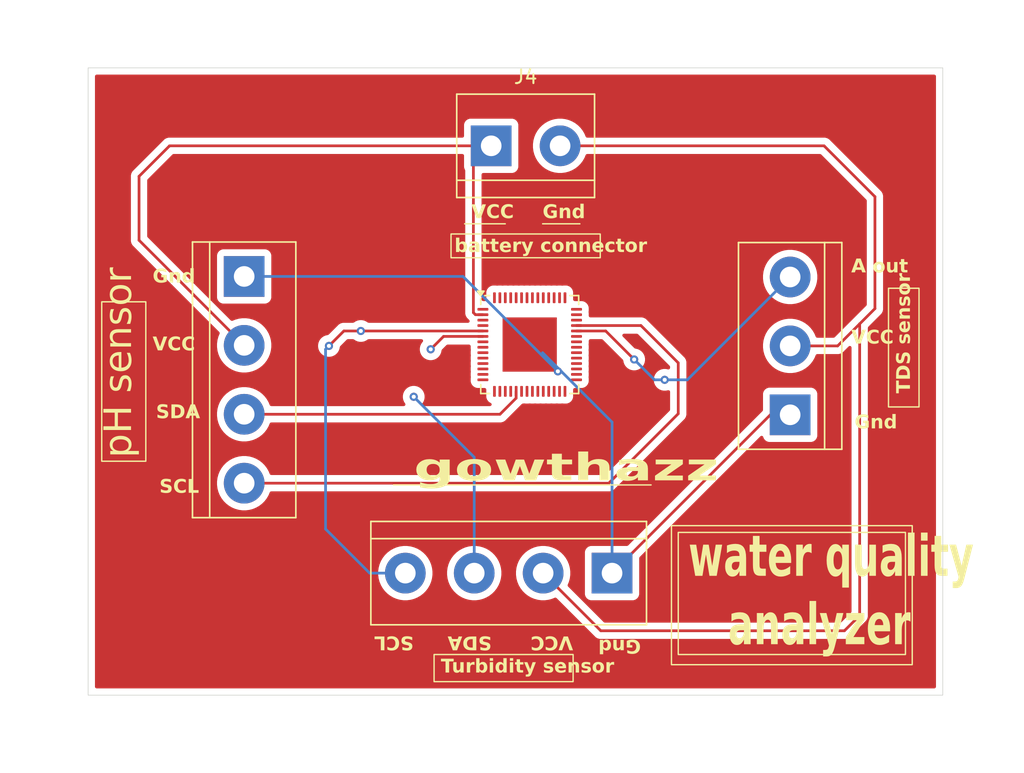
<source format=kicad_pcb>
(kicad_pcb (version 20241229) (generator "pcbnew") (generator_version "9.0")
  (layers (0 "F.Cu" signal) (2 "B.Cu" signal) (13 "F.Paste" user) (15 "B.Paste" user) (5 "F.SilkS" user "F.Silkscreen") (7 "B.SilkS" user "B.Silkscreen") (1 "F.Mask" user) (3 "B.Mask" user) (25 "Edge.Cuts" user))
  (net 0 "")
  (net 1 "Net-(J1-Pin_3)")
  (net 2 "Net-(J1-Pin_1)")
  (net 3 "Net-(J1-Pin_2)")
  (net 4 "Net-(J2-Pin_4)")
  (net 5 "Net-(J2-Pin_3)")
  (net 6 "Net-(J3-Pin_3)")
  (net 7 "Net-(J3-Pin_4)")
  (footprint "TerminalBlock:TerminalBlock_bornier-4_P5.08mm" (layer "F.Cu") (at 137.12 98.25 180)
    (property "Reference" "J3" (hide yes))
    (property "Value" "Conn_01x04_Socket" (hide yes))
    (fp_line (start 17.78 3.81) (end 17.78 -3.81) (stroke (width 0.12)) (layer "F.SilkS"))
    (fp_line (start 17.78 2.54) (end -2.54 2.54) (stroke (width 0.12)) (layer "F.SilkS"))
    (fp_line (start -2.54 3.81) (end 17.78 3.81) (stroke (width 0.12)) (layer "F.SilkS"))
    (fp_line (start -2.54 -3.81) (end 17.78 -3.81) (stroke (width 0.12)) (layer "F.SilkS"))
    (fp_line (start -2.54 -3.81) (end -2.54 3.81) (stroke (width 0.12)) (layer "F.SilkS"))
    (pad "1" thru_hole rect (at 0 0 180) (size 3 3) (drill 1.52) (layers "*.Cu" "*.Mask") (net 2 "Net-(J1-Pin_1)"))
    (pad "2" thru_hole circle (at 5.08 0 180) (size 3 3) (drill 1.52) (layers "*.Cu" "*.Mask") (net 3 "Net-(J1-Pin_2)"))
    (pad "3" thru_hole circle (at 10.16 0 180) (size 3 3) (drill 1.52) (layers "*.Cu" "*.Mask") (net 6 "Net-(J3-Pin_3)"))
    (pad "4" thru_hole circle (at 15.24 0 180) (size 3 3) (drill 1.52) (layers "*.Cu" "*.Mask") (net 7 "Net-(J3-Pin_4)"))
  )
  (footprint "Package_DFN_QFN:QFN-56-1EP_7x7mm_P0.4mm_EP4x4mm" (layer "F.Cu") (at 131.05 81.4)
    (property "Reference" "U1" (hide yes))
    (property "Value" "ESP32-S2")
    (fp_line (start -3.61 -2.96) (end -3.61 -3.37) (stroke (width 0.12)) (layer "F.SilkS"))
    (fp_line (start -3.61 3.61) (end -3.61 2.96) (stroke (width 0.12)) (layer "F.SilkS"))
    (fp_line (start -2.96 -3.61) (end -3.31 -3.61) (stroke (width 0.12)) (layer "F.SilkS"))
    (fp_line (start -2.96 3.61) (end -3.61 3.61) (stroke (width 0.12)) (layer "F.SilkS"))
    (fp_line (start 2.96 -3.61) (end 3.61 -3.61) (stroke (width 0.12)) (layer "F.SilkS"))
    (fp_line (start 2.96 3.61) (end 3.61 3.61) (stroke (width 0.12)) (layer "F.SilkS"))
    (fp_line (start 3.61 -3.61) (end 3.61 -2.96) (stroke (width 0.12)) (layer "F.SilkS"))
    (fp_line (start 3.61 3.61) (end 3.61 2.96) (stroke (width 0.12)) (layer "F.SilkS"))
    (fp_poly (pts (xy -3.61 -3.61) (xy -3.85 -3.94) (xy -3.37 -3.94) (xy -3.61 -3.61)) (stroke (width 0.12)) (fill yes) (layer "F.SilkS"))
    (pad "1" smd roundrect (at -3.45 -2.6) (size 0.8 0.2) (layers "F.Cu" "F.Mask" "F.Paste"))
    (pad "2" smd roundrect (at -3.45 -2.2) (size 0.8 0.2) (layers "F.Cu" "F.Mask" "F.Paste") (net 3 "Net-(J1-Pin_2)"))
    (pad "3" smd roundrect (at -3.45 -1.8) (size 0.8 0.2) (layers "F.Cu" "F.Mask" "F.Paste"))
    (pad "4" smd roundrect (at -3.45 -1.4) (size 0.8 0.2) (layers "F.Cu" "F.Mask" "F.Paste"))
    (pad "5" smd roundrect (at -3.45 -1) (size 0.8 0.2) (layers "F.Cu" "F.Mask" "F.Paste") (net 7 "Net-(J3-Pin_4)"))
    (pad "6" smd roundrect (at -3.45 -0.6) (size 0.8 0.2) (layers "F.Cu" "F.Mask" "F.Paste") (net 6 "Net-(J3-Pin_3)"))
    (pad "7" smd roundrect (at -3.45 -0.2) (size 0.8 0.2) (layers "F.Cu" "F.Mask" "F.Paste"))
    (pad "8" smd roundrect (at -3.45 0.2) (size 0.8 0.2) (layers "F.Cu" "F.Mask" "F.Paste"))
    (pad "9" smd roundrect (at -3.45 0.6) (size 0.8 0.2) (layers "F.Cu" "F.Mask" "F.Paste"))
    (pad "10" smd roundrect (at -3.45 1) (size 0.8 0.2) (layers "F.Cu" "F.Mask" "F.Paste"))
    (pad "11" smd roundrect (at -3.45 1.4) (size 0.8 0.2) (layers "F.Cu" "F.Mask" "F.Paste"))
    (pad "12" smd roundrect (at -3.45 1.8) (size 0.8 0.2) (layers "F.Cu" "F.Mask" "F.Paste"))
    (pad "13" smd roundrect (at -3.45 2.2) (size 0.8 0.2) (layers "F.Cu" "F.Mask" "F.Paste"))
    (pad "14" smd roundrect (at -3.45 2.6) (size 0.8 0.2) (layers "F.Cu" "F.Mask" "F.Paste"))
    (pad "15" smd roundrect (at -2.6 3.45) (size 0.2 0.8) (layers "F.Cu" "F.Mask" "F.Paste"))
    (pad "16" smd roundrect (at -2.2 3.45) (size 0.2 0.8) (layers "F.Cu" "F.Mask" "F.Paste"))
    (pad "17" smd roundrect (at -1.8 3.45) (size 0.2 0.8) (layers "F.Cu" "F.Mask" "F.Paste"))
    (pad "18" smd roundrect (at -1.4 3.45) (size 0.2 0.8) (layers "F.Cu" "F.Mask" "F.Paste"))
    (pad "19" smd roundrect (at -1 3.45) (size 0.2 0.8) (layers "F.Cu" "F.Mask" "F.Paste") (net 5 "Net-(J2-Pin_3)"))
    (pad "20" smd roundrect (at -0.6 3.45) (size 0.2 0.8) (layers "F.Cu" "F.Mask" "F.Paste"))
    (pad "21" smd roundrect (at -0.2 3.45) (size 0.2 0.8) (layers "F.Cu" "F.Mask" "F.Paste"))
    (pad "22" smd roundrect (at 0.2 3.45) (size 0.2 0.8) (layers "F.Cu" "F.Mask" "F.Paste"))
    (pad "23" smd roundrect (at 0.6 3.45) (size 0.2 0.8) (layers "F.Cu" "F.Mask" "F.Paste"))
    (pad "24" smd roundrect (at 1 3.45) (size 0.2 0.8) (layers "F.Cu" "F.Mask" "F.Paste"))
    (pad "25" smd roundrect (at 1.4 3.45) (size 0.2 0.8) (layers "F.Cu" "F.Mask" "F.Paste"))
    (pad "26" smd roundrect (at 1.8 3.45) (size 0.2 0.8) (layers "F.Cu" "F.Mask" "F.Paste"))
    (pad "27" smd roundrect (at 2.2 3.45) (size 0.2 0.8) (layers "F.Cu" "F.Mask" "F.Paste"))
    (pad "28" smd roundrect (at 2.6 3.45) (size 0.2 0.8) (layers "F.Cu" "F.Mask" "F.Paste"))
    (pad "29" smd roundrect (at 3.45 2.6) (size 0.8 0.2) (layers "F.Cu" "F.Mask" "F.Paste"))
    (pad "30" smd roundrect (at 3.45 2.2) (size 0.8 0.2) (layers "F.Cu" "F.Mask" "F.Paste"))
    (pad "31" smd roundrect (at 3.45 1.8) (size 0.8 0.2) (layers "F.Cu" "F.Mask" "F.Paste"))
    (pad "32" smd roundrect (at 3.45 1.4) (size 0.8 0.2) (layers "F.Cu" "F.Mask" "F.Paste"))
    (pad "33" smd roundrect (at 3.45 1) (size 0.8 0.2) (layers "F.Cu" "F.Mask" "F.Paste"))
    (pad "34" smd roundrect (at 3.45 0.6) (size 0.8 0.2) (layers "F.Cu" "F.Mask" "F.Paste"))
    (pad "35" smd roundrect (at 3.45 0.2) (size 0.8 0.2) (layers "F.Cu" "F.Mask" "F.Paste"))
    (pad "36" smd roundrect (at 3.45 -0.2) (size 0.8 0.2) (layers "F.Cu" "F.Mask" "F.Paste"))
    (pad "37" smd roundrect (at 3.45 -0.6) (size 0.8 0.2) (layers "F.Cu" "F.Mask" "F.Paste"))
    (pad "38" smd roundrect (at 3.45 -1) (size 0.8 0.2) (layers "F.Cu" "F.Mask" "F.Paste") (net 1 "Net-(J1-Pin_3)"))
    (pad "39" smd roundrect (at 3.45 -1.4) (size 0.8 0.2) (layers "F.Cu" "F.Mask" "F.Paste") (net 4 "Net-(J2-Pin_4)"))
    (pad "40" smd roundrect (at 3.45 -1.8) (size 0.8 0.2) (layers "F.Cu" "F.Mask" "F.Paste"))
    (pad "41" smd roundrect (at 3.45 -2.2) (size 0.8 0.2) (layers "F.Cu" "F.Mask" "F.Paste"))
    (pad "42" smd roundrect (at 3.45 -2.6) (size 0.8 0.2) (layers "F.Cu" "F.Mask" "F.Paste"))
    (pad "43" smd roundrect (at 2.6 -3.45) (size 0.2 0.8) (layers "F.Cu" "F.Mask" "F.Paste"))
    (pad "44" smd roundrect (at 2.2 -3.45) (size 0.2 0.8) (layers "F.Cu" "F.Mask" "F.Paste"))
    (pad "45" smd roundrect (at 1.8 -3.45) (size 0.2 0.8) (layers "F.Cu" "F.Mask" "F.Paste"))
    (pad "46" smd roundrect (at 1.4 -3.45) (size 0.2 0.8) (layers "F.Cu" "F.Mask" "F.Paste"))
    (pad "47" smd roundrect (at 1 -3.45) (size 0.2 0.8) (layers "F.Cu" "F.Mask" "F.Paste"))
    (pad "48" smd roundrect (at 0.6 -3.45) (size 0.2 0.8) (layers "F.Cu" "F.Mask" "F.Paste"))
    (pad "49" smd roundrect (at 0.2 -3.45) (size 0.2 0.8) (layers "F.Cu" "F.Mask" "F.Paste"))
    (pad "50" smd roundrect (at -0.2 -3.45) (size 0.2 0.8) (layers "F.Cu" "F.Mask" "F.Paste"))
    (pad "51" smd roundrect (at -0.6 -3.45) (size 0.2 0.8) (layers "F.Cu" "F.Mask" "F.Paste"))
    (pad "52" smd roundrect (at -1 -3.45) (size 0.2 0.8) (layers "F.Cu" "F.Mask" "F.Paste"))
    (pad "53" smd roundrect (at -1.4 -3.45) (size 0.2 0.8) (layers "F.Cu" "F.Mask" "F.Paste"))
    (pad "54" smd roundrect (at -1.8 -3.45) (size 0.2 0.8) (layers "F.Cu" "F.Mask" "F.Paste"))
    (pad "55" smd roundrect (at -2.2 -3.45) (size 0.2 0.8) (layers "F.Cu" "F.Mask" "F.Paste"))
    (pad "56" smd roundrect (at -2.6 -3.45) (size 0.2 0.8) (layers "F.Cu" "F.Mask" "F.Paste"))
    (pad "57" smd rect (at 0 0) (size 4 4) (property pad_prop_heatsink) (layers "F.Cu" "F.Mask") (net 2 "Net-(J1-Pin_1)"))
  )
  (footprint "TerminalBlock:TerminalBlock_bornier-4_P5.08mm" (layer "F.Cu") (at 110 76.38 -90)
    (property "Reference" "J2" (hide yes))
    (property "Value" "Conn_01x04_Socket" (hide yes))
    (fp_line (start -2.54 3.81) (end 17.78 3.81) (stroke (width 0.12)) (layer "F.SilkS"))
    (fp_line (start 17.78 3.81) (end 17.78 -3.81) (stroke (width 0.12)) (layer "F.SilkS"))
    (fp_line (start 17.78 2.54) (end -2.54 2.54) (stroke (width 0.12)) (layer "F.SilkS"))
    (fp_line (start -2.54 -3.81) (end -2.54 3.81) (stroke (width 0.12)) (layer "F.SilkS"))
    (fp_line (start -2.54 -3.81) (end 17.78 -3.81) (stroke (width 0.12)) (layer "F.SilkS"))
    (pad "1" thru_hole rect (at 0 0 270) (size 3 3) (drill 1.52) (layers "*.Cu" "*.Mask") (net 2 "Net-(J1-Pin_1)"))
    (pad "2" thru_hole circle (at 5.08 0 270) (size 3 3) (drill 1.52) (layers "*.Cu" "*.Mask") (net 3 "Net-(J1-Pin_2)"))
    (pad "3" thru_hole circle (at 10.16 0 270) (size 3 3) (drill 1.52) (layers "*.Cu" "*.Mask") (net 5 "Net-(J2-Pin_3)"))
    (pad "4" thru_hole circle (at 15.24 0 270) (size 3 3) (drill 1.52) (layers "*.Cu" "*.Mask") (net 4 "Net-(J2-Pin_4)"))
  )
  (footprint "TerminalBlock:TerminalBlock_bornier-2_P5.08mm" (layer "F.Cu") (at 128.21 66.75)
    (property "Reference" "J4" (at 2.54 -5.08 0) (layer "F.SilkS"))
    (property "Value" "Conn_01x02_Pin" (hide yes))
    (fp_line (start -2.54 -3.81) (end -2.54 3.81) (stroke (width 0.12)) (layer "F.SilkS"))
    (fp_line (start -2.54 3.81) (end 7.62 3.81) (stroke (width 0.12)) (layer "F.SilkS"))
    (fp_line (start 7.62 -3.81) (end -2.54 -3.81) (stroke (width 0.12)) (layer "F.SilkS"))
    (fp_line (start 7.62 2.54) (end -2.54 2.54) (stroke (width 0.12)) (layer "F.SilkS"))
    (fp_line (start 7.62 3.81) (end 7.62 -3.81) (stroke (width 0.12)) (layer "F.SilkS"))
    (pad "1" thru_hole rect (at 0 0) (size 3 3) (drill 1.52) (layers "*.Cu" "*.Mask") (net 3 "Net-(J1-Pin_2)"))
    (pad "2" thru_hole circle (at 5.08 0) (size 3 3) (drill 1.52) (layers "*.Cu" "*.Mask") (net 3 "Net-(J1-Pin_2)"))
  )
  (footprint "TerminalBlock:TerminalBlock_bornier-3_P5.08mm" (layer "F.Cu") (at 150.25 86.58 90)
    (property "Reference" "J1" (hide yes))
    (property "Value" "Conn_01x03_Pin" (hide yes))
    (fp_line (start -2.54 -3.81) (end 12.7 -3.81) (stroke (width 0.12)) (layer "F.SilkS"))
    (fp_line (start -2.54 2.54) (end 12.7 2.54) (stroke (width 0.12)) (layer "F.SilkS"))
    (fp_line (start 12.7 3.81) (end 12.7 -3.81) (stroke (width 0.12)) (layer "F.SilkS"))
    (fp_line (start -2.54 3.81) (end -2.54 -3.81) (stroke (width 0.12)) (layer "F.SilkS"))
    (fp_line (start -2.54 3.81) (end 12.7 3.81) (stroke (width 0.12)) (layer "F.SilkS"))
    (pad "1" thru_hole rect (at 0 0 90) (size 3 3) (drill 1.52) (layers "*.Cu" "*.Mask") (net 2 "Net-(J1-Pin_1)"))
    (pad "2" thru_hole circle (at 5.08 0 90) (size 3 3) (drill 1.52) (layers "*.Cu" "*.Mask") (net 3 "Net-(J1-Pin_2)"))
    (pad "3" thru_hole circle (at 10.16 0 90) (size 3 3) (drill 1.52) (layers "*.Cu" "*.Mask") (net 1 "Net-(J1-Pin_3)"))
  )
  (gr_rect (start 142 95.25) (end 158.75 104.25) (stroke (width 0.1)) (fill no) (layer "F.SilkS"))
  (gr_line (start 132 72.5) (end 134.75 72.5) (stroke (width 0.1)) (layer "F.SilkS"))
  (gr_rect (start 141.5 94.75) (end 159.25 105) (stroke (width 0.1)) (fill no) (layer "F.SilkS"))
  (gr_line (start 121 91.75) (end 140 91.75) (stroke (width 0.1)) (layer "F.SilkS"))
  (gr_rect (start 99.5 78.25) (end 102.75 90) (stroke (width 0.1)) (fill no) (layer "F.SilkS"))
  (gr_rect (start 125.25 73.25) (end 136.25 75) (stroke (width 0.1)) (fill no) (layer "F.SilkS"))
  (gr_rect (start 124 104.25) (end 134.25 106.25) (stroke (width 0.1)) (fill no) (layer "F.SilkS"))
  (gr_rect (start 157.5 77.25) (end 159.75 86) (stroke (width 0.1)) (fill no) (layer "F.SilkS"))
  (gr_line (start 126.25 72.5) (end 129.25 72.5) (stroke (width 0.1)) (layer "F.SilkS"))
  (gr_rect (start 98.5 61) (end 161.5 107.25) (stroke (width 0.05)) (fill no) (layer "Edge.Cuts"))
  (gr_text "gowthazz" (at 122.5 91.75 0) (layer "F.SilkS") (effects (font (size 2 3) (thickness 0.2) (bold yes)) (justify left bottom)))
  (gr_text "pH sensor" (at 102 89.75 90) (layer "F.SilkS") (effects (font (size 2 2) (thickness 0.3)) (justify left bottom)))
  (gr_text "TDS sensor" (at 159.25 85 90) (layer "F.SilkS") (effects (font (size 1 1) (thickness 0.2) (bold yes)) (justify left bottom)))
  (gr_text "SDA" (at 128.25 102.75 180) (layer "F.SilkS") (effects (font (size 1 1) (thickness 0.2) (bold yes)) (justify left bottom)))
  (gr_text "Gnd" (at 155 87.75 0) (layer "F.SilkS") (effects (font (size 1 1) (thickness 0.2) (bold yes)) (justify left bottom)))
  (gr_text "Gnd" (at 132 72.25 0) (layer "F.SilkS") (effects (font (size 1 1) (thickness 0.2) (bold yes)) (justify left bottom)))
  (gr_text "SCL" (at 122.5 102.75 180) (layer "F.SilkS") (effects (font (size 1 1) (thickness 0.2) (bold yes)) (justify left bottom)))
  (gr_text "SDA" (at 103.5 87 0) (layer "F.SilkS") (effects (font (size 1 1) (thickness 0.2) (bold yes)) (justify left bottom)))
  (gr_text "SCL" (at 103.75 92.5 0) (layer "F.SilkS") (effects (font (size 1 1) (thickness 0.2) (bold yes)) (justify left bottom)))
  (gr_text "battery connector" (at 125.5 74.75 0) (layer "F.SilkS") (effects (font (size 1 1) (thickness 0.2) (bold yes)) (justify left bottom)))
  (gr_text "water quality \n   analyzer" (at 142.75 104 0) (layer "F.SilkS") (effects (font (size 3 2) (thickness 0.2) (bold yes)) (justify left bottom)))
  (gr_text "Turbidity sensor" (at 124.5 105.75 0) (layer "F.SilkS") (effects (font (size 1 1) (thickness 0.2) (bold yes)) (justify left bottom)))
  (gr_text "VCC" (at 126.75 72.25 0) (layer "F.SilkS") (effects (font (size 1 1) (thickness 0.2) (bold yes)) (justify left bottom)))
  (gr_text "VCC" (at 103.25 82 0) (layer "F.SilkS") (effects (font (size 1 1) (thickness 0.2) (bold yes)) (justify left bottom)))
  (gr_text "A out" (at 154.75 76.25 0) (layer "F.SilkS") (effects (font (size 1 1) (thickness 0.2) (bold yes)) (justify left bottom)))
  (gr_text "Gnd" (at 103.25 77 0) (layer "F.SilkS") (effects (font (size 1 1) (thickness 0.2) (bold yes)) (justify left bottom)))
  (gr_text "VCC" (at 154.75 81.5 0) (layer "F.SilkS") (effects (font (size 1 1) (thickness 0.2) (bold yes)) (justify left bottom)))
  (gr_text "VCC" (at 134.25 102.75 180) (layer "F.SilkS") (effects (font (size 1 1) (thickness 0.2) (bold yes)) (justify left bottom)))
  (gr_text "Gnd" (at 139.25 103 180) (layer "F.SilkS") (effects (font (size 1 1) (thickness 0.2) (bold yes)) (justify left bottom)))
  (segment (start 134.5 80.4) (end 136.65 80.4) (width 0.2) (layer "F.Cu") (net 1))
  (segment (start 136.65 80.4) (end 138.75 82.5) (width 0.2) (layer "F.Cu") (net 1))
  (via (at 138.75 82.5) (size 0.6) (drill 0.3) (layers "F.Cu" "B.Cu") (net 1))
  (via (at 141 84) (size 0.6) (drill 0.3) (layers "F.Cu" "B.Cu") (net 1))
  (segment (start 142.67 84) (end 141 84) (width 0.2) (layer "B.Cu") (net 1))
  (segment (start 150.25 76.42) (end 142.67 84) (width 0.2) (layer "B.Cu") (net 1))
  (segment (start 140.25 84) (end 141 84) (width 0.2) (layer "B.Cu") (net 1))
  (segment (start 138.75 82.5) (end 140.25 84) (width 0.2) (layer "B.Cu") (net 1))
  (segment (start 148.79 86.58) (end 137.12 98.25) (width 0.2) (layer "F.Cu") (net 2))
  (segment (start 150.25 86.58) (end 148.79 86.58) (width 0.2) (layer "F.Cu") (net 2))
  (segment (start 133.125 83.375) (end 131.15 81.4) (width 0.2) (layer "F.Cu") (net 2))
  (segment (start 131.15 81.4) (end 131.05 81.4) (width 0.2) (layer "F.Cu") (net 2))
  (via (at 133.125 83.375) (size 0.6) (drill 0.3) (layers "F.Cu" "B.Cu") (net 2))
  (segment (start 137.12 87.12) (end 133.375 83.375) (width 0.2) (layer "B.Cu") (net 2))
  (segment (start 137.12 98.25) (end 137.12 87.12) (width 0.2) (layer "B.Cu") (net 2))
  (segment (start 133.375 83.375) (end 132 82) (width 0.2) (layer "B.Cu") (net 2))
  (segment (start 133.125 83.375) (end 133.375 83.375) (width 0.2) (layer "B.Cu") (net 2))
  (segment (start 126.13 76.38) (end 133.125 83.375) (width 0.2) (layer "B.Cu") (net 2))
  (segment (start 110 76.38) (end 126.13 76.38) (width 0.2) (layer "B.Cu") (net 2))
  (segment (start 155.375 101.375) (end 155.375 79.875) (width 0.2) (layer "F.Cu") (net 3))
  (segment (start 156.5 70.5) (end 156.5 78.75) (width 0.2) (layer "F.Cu") (net 3))
  (segment (start 155.375 79.875) (end 153.75 81.5) (width 0.2) (layer "F.Cu") (net 3))
  (segment (start 132.04 98.25) (end 136.29 102.5) (width 0.2) (layer "F.Cu") (net 3))
  (segment (start 128.21 66.75) (end 126.899 68.061) (width 0.2) (layer "F.Cu") (net 3))
  (segment (start 102.25 73.71) (end 102.25 69) (width 0.2) (layer "F.Cu") (net 3))
  (segment (start 133.29 66.75) (end 152.75 66.75) (width 0.2) (layer "F.Cu") (net 3))
  (segment (start 126.899 79.049) (end 127.05 79.2) (width 0.2) (layer "F.Cu") (net 3))
  (segment (start 152.75 66.75) (end 156.5 70.5) (width 0.2) (layer "F.Cu") (net 3))
  (segment (start 156.5 78.75) (end 155.375 79.875) (width 0.2) (layer "F.Cu") (net 3))
  (segment (start 154.25 102.5) (end 155.375 101.375) (width 0.2) (layer "F.Cu") (net 3))
  (segment (start 127.05 79.2) (end 127.6 79.2) (width 0.2) (layer "F.Cu") (net 3))
  (segment (start 110 81.46) (end 102.25 73.71) (width 0.2) (layer "F.Cu") (net 3))
  (segment (start 136.29 102.5) (end 154.25 102.5) (width 0.2) (layer "F.Cu") (net 3))
  (segment (start 126.899 68.061) (end 126.899 79.049) (width 0.2) (layer "F.Cu") (net 3))
  (segment (start 153.75 81.5) (end 150.25 81.5) (width 0.2) (layer "F.Cu") (net 3))
  (segment (start 104.5 66.75) (end 128.21 66.75) (width 0.2) (layer "F.Cu") (net 3))
  (segment (start 102.25 69) (end 104.5 66.75) (width 0.2) (layer "F.Cu") (net 3))
  (segment (start 142 82.75) (end 139.25 80) (width 0.2) (layer "F.Cu") (net 4))
  (segment (start 110 91.62) (end 136.88 91.62) (width 0.2) (layer "F.Cu") (net 4))
  (segment (start 139.25 80) (end 134.5 80) (width 0.2) (layer "F.Cu") (net 4))
  (segment (start 142 86.5) (end 142 82.75) (width 0.2) (layer "F.Cu") (net 4))
  (segment (start 136.88 91.62) (end 142 86.5) (width 0.2) (layer "F.Cu") (net 4))
  (segment (start 130.05 85.345774) (end 130.051 85.346774) (width 0.2) (layer "F.Cu") (net 5))
  (segment (start 128.857774 86.54) (end 130.051 85.346774) (width 0.2) (layer "F.Cu") (net 5))
  (segment (start 110 86.54) (end 128.857774 86.54) (width 0.2) (layer "F.Cu") (net 5))
  (segment (start 130.05 84.85) (end 130.05 85.345774) (width 0.2) (layer "F.Cu") (net 5))
  (segment (start 124.7 80.8) (end 123.75 81.75) (width 0.2) (layer "F.Cu") (net 6))
  (segment (start 127.6 80.8) (end 124.7 80.8) (width 0.2) (layer "F.Cu") (net 6))
  (via (at 123.75 81.75) (size 0.6) (drill 0.3) (layers "F.Cu" "B.Cu") (net 6))
  (via (at 122.5 85.25) (size 0.6) (drill 0.3) (layers "F.Cu" "B.Cu") (net 6))
  (segment (start 126.96 98.25) (end 126.96 89.71) (width 0.2) (layer "B.Cu") (net 6))
  (segment (start 126.96 89.71) (end 122.5 85.25) (width 0.2) (layer "B.Cu") (net 6))
  (segment (start 117.35 80.4) (end 118.6 80.4) (width 0.2) (layer "F.Cu") (net 7))
  (segment (start 127.6 80.4) (end 118.6 80.4) (width 0.2) (layer "F.Cu") (net 7))
  (segment (start 116.25 81.5) (end 117.35 80.4) (width 0.2) (layer "F.Cu") (net 7))
  (via (at 116.25 81.5) (size 0.6) (drill 0.3) (layers "F.Cu" "B.Cu") (net 7))
  (via (at 118.6 80.4) (size 0.6) (drill 0.3) (layers "F.Cu" "B.Cu") (net 7))
  (segment (start 119.25 98.25) (end 116 95) (width 0.2) (layer "B.Cu") (net 7))
  (segment (start 121.88 98.25) (end 119.25 98.25) (width 0.2) (layer "B.Cu") (net 7))
  (segment (start 116 95) (end 116 81.75) (width 0.2) (layer "B.Cu") (net 7))
  (segment (start 116 81.75) (end 116.25 81.5) (width 0.2) (layer "B.Cu") (net 7))
  (zone (net 0) (net_name "") (layer "F.Cu") (connect_pads (clearance 0.5)) (min_thickness 0.25) (fill yes (thermal_gap 0.5) (thermal_bridge_width 0.5) (island_removal_mode 1) (island_area_min 10))
    (polygon (pts (xy 92 56.5) (xy 167.25 56) (xy 167.5 113) (xy 92.5 113)))
  )
)
</source>
